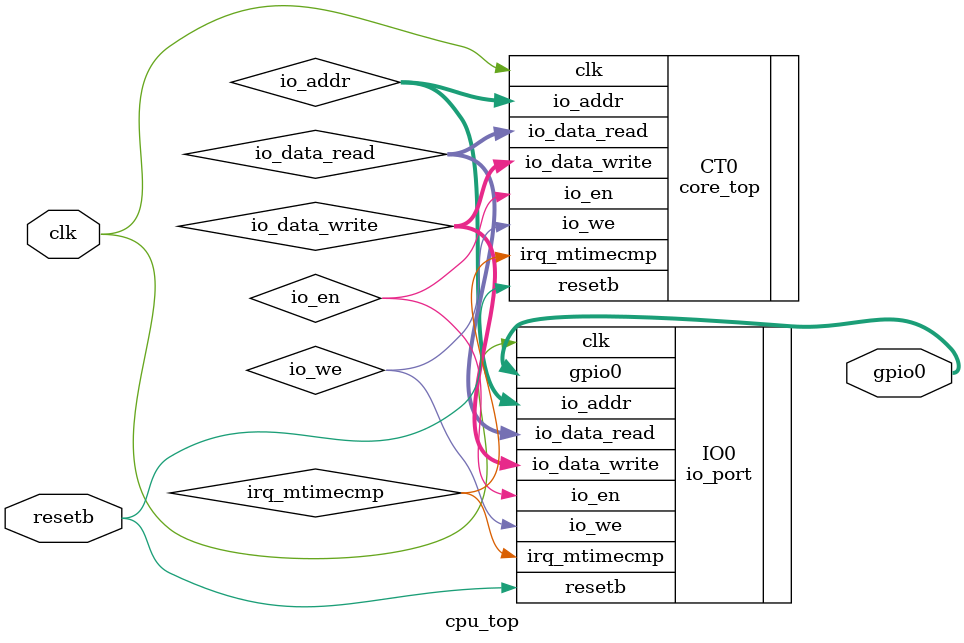
<source format=v>

/*
 * The top level module, meant to be synthesized
 */
module cpu_top
  (
   input wire clk,
   input wire resetb,
   output wire [7:0] gpio0
   );

   wire [7:0] io_addr;
   wire       io_en, io_we;
   wire [31:0] io_data_read;
   wire [31:0] io_data_write;
   wire        irq_mtimecmp;

   core_top CT0 
     (
      .clk(clk), .resetb(resetb),
      .io_addr(io_addr), .io_en(io_en), .io_we(io_we),
      .io_data_read(io_data_read), .io_data_write(io_data_write),
      .irq_mtimecmp(irq_mtimecmp)
      );

   io_port IO0
     (
      .clk(clk), .resetb(resetb),
      .io_addr(io_addr), .io_en(io_en), .io_we(io_we),
      .io_data_read(io_data_read), .io_data_write(io_data_write),
      .irq_mtimecmp(irq_mtimecmp),
      .gpio0(gpio0)
      );


endmodule

</source>
